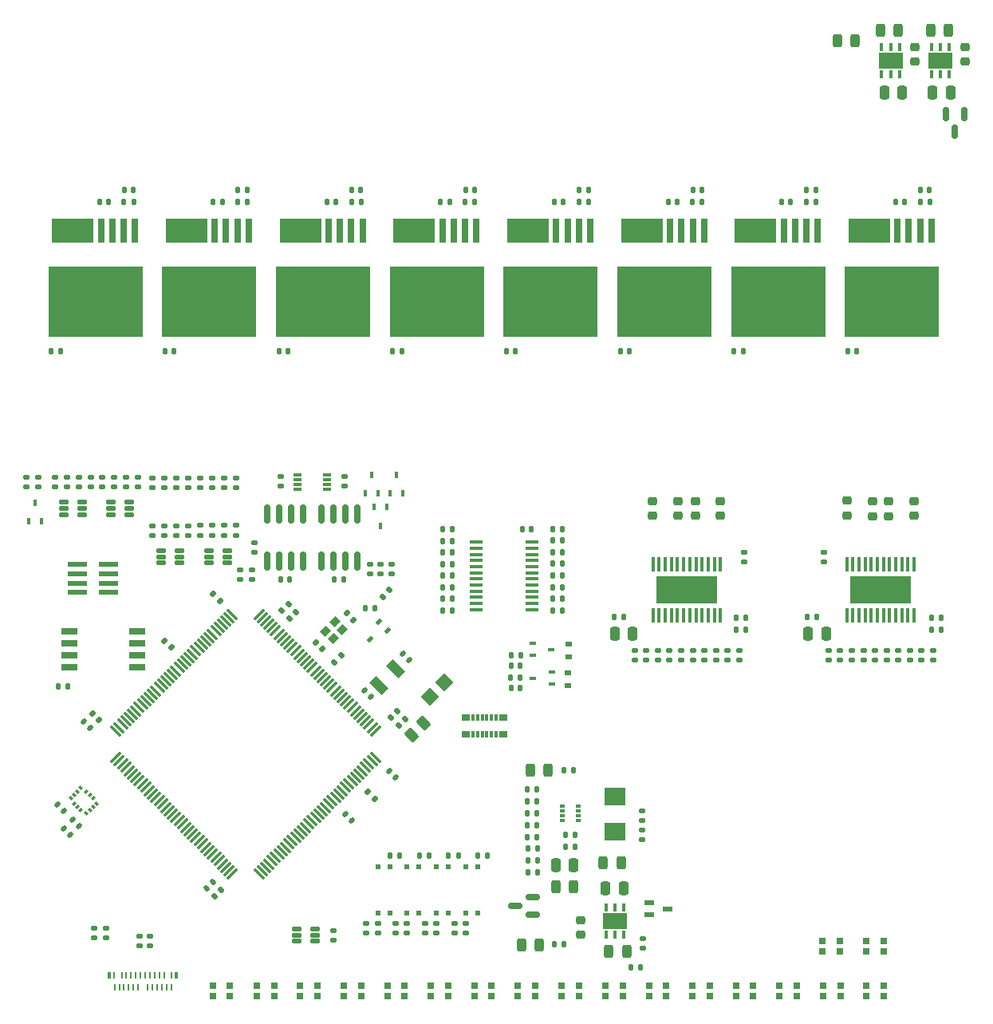
<source format=gbr>
%TF.GenerationSoftware,KiCad,Pcbnew,(6.0.8)*%
%TF.CreationDate,2024-02-14T13:25:33+01:00*%
%TF.ProjectId,pdms,70646d73-2e6b-4696-9361-645f70636258,rev?*%
%TF.SameCoordinates,Original*%
%TF.FileFunction,Paste,Top*%
%TF.FilePolarity,Positive*%
%FSLAX46Y46*%
G04 Gerber Fmt 4.6, Leading zero omitted, Abs format (unit mm)*
G04 Created by KiCad (PCBNEW (6.0.8)) date 2024-02-14 13:25:33*
%MOMM*%
%LPD*%
G01*
G04 APERTURE LIST*
G04 Aperture macros list*
%AMRoundRect*
0 Rectangle with rounded corners*
0 $1 Rounding radius*
0 $2 $3 $4 $5 $6 $7 $8 $9 X,Y pos of 4 corners*
0 Add a 4 corners polygon primitive as box body*
4,1,4,$2,$3,$4,$5,$6,$7,$8,$9,$2,$3,0*
0 Add four circle primitives for the rounded corners*
1,1,$1+$1,$2,$3*
1,1,$1+$1,$4,$5*
1,1,$1+$1,$6,$7*
1,1,$1+$1,$8,$9*
0 Add four rect primitives between the rounded corners*
20,1,$1+$1,$2,$3,$4,$5,0*
20,1,$1+$1,$4,$5,$6,$7,0*
20,1,$1+$1,$6,$7,$8,$9,0*
20,1,$1+$1,$8,$9,$2,$3,0*%
%AMRotRect*
0 Rectangle, with rotation*
0 The origin of the aperture is its center*
0 $1 length*
0 $2 width*
0 $3 Rotation angle, in degrees counterclockwise*
0 Add horizontal line*
21,1,$1,$2,0,0,$3*%
G04 Aperture macros list end*
%ADD10RoundRect,0.135000X0.185000X-0.135000X0.185000X0.135000X-0.185000X0.135000X-0.185000X-0.135000X0*%
%ADD11RoundRect,0.250000X0.250000X0.475000X-0.250000X0.475000X-0.250000X-0.475000X0.250000X-0.475000X0*%
%ADD12RoundRect,0.135000X0.135000X0.185000X-0.135000X0.185000X-0.135000X-0.185000X0.135000X-0.185000X0*%
%ADD13RoundRect,0.140000X-0.140000X-0.170000X0.140000X-0.170000X0.140000X0.170000X-0.140000X0.170000X0*%
%ADD14RoundRect,0.140000X0.140000X0.170000X-0.140000X0.170000X-0.140000X-0.170000X0.140000X-0.170000X0*%
%ADD15RoundRect,0.140000X-0.219203X-0.021213X-0.021213X-0.219203X0.219203X0.021213X0.021213X0.219203X0*%
%ADD16RoundRect,0.135000X-0.135000X-0.185000X0.135000X-0.185000X0.135000X0.185000X-0.135000X0.185000X0*%
%ADD17R,0.800000X2.600000*%
%ADD18R,4.400000X2.600000*%
%ADD19R,10.000000X7.410000*%
%ADD20RoundRect,0.135000X-0.185000X0.135000X-0.185000X-0.135000X0.185000X-0.135000X0.185000X0.135000X0*%
%ADD21R,0.700000X0.700000*%
%ADD22RoundRect,0.225000X0.250000X-0.225000X0.250000X0.225000X-0.250000X0.225000X-0.250000X-0.225000X0*%
%ADD23R,0.450000X1.525000*%
%ADD24R,6.500000X2.870000*%
%ADD25RoundRect,0.150000X0.587500X0.150000X-0.587500X0.150000X-0.587500X-0.150000X0.587500X-0.150000X0*%
%ADD26RoundRect,0.135000X0.226274X0.035355X0.035355X0.226274X-0.226274X-0.035355X-0.035355X-0.226274X0*%
%ADD27RoundRect,0.250000X-0.250000X-0.475000X0.250000X-0.475000X0.250000X0.475000X-0.250000X0.475000X0*%
%ADD28RoundRect,0.019500X0.465500X0.175500X-0.465500X0.175500X-0.465500X-0.175500X0.465500X-0.175500X0*%
%ADD29RoundRect,0.019500X-0.465500X-0.175500X0.465500X-0.175500X0.465500X0.175500X-0.465500X0.175500X0*%
%ADD30R,1.750000X0.650000*%
%ADD31R,0.600000X0.470000*%
%ADD32RoundRect,0.140000X0.219203X0.021213X0.021213X0.219203X-0.219203X-0.021213X-0.021213X-0.219203X0*%
%ADD33R,2.000000X0.500000*%
%ADD34RoundRect,0.147500X0.017678X-0.226274X0.226274X-0.017678X-0.017678X0.226274X-0.226274X0.017678X0*%
%ADD35RoundRect,0.135000X-0.226274X-0.035355X-0.035355X-0.226274X0.226274X0.035355X0.035355X0.226274X0*%
%ADD36R,0.863600X0.787400*%
%ADD37R,0.355600X0.787400*%
%ADD38RoundRect,0.250000X-0.132583X0.503814X-0.503814X0.132583X0.132583X-0.503814X0.503814X-0.132583X0*%
%ADD39RoundRect,0.243750X-0.243750X-0.456250X0.243750X-0.456250X0.243750X0.456250X-0.243750X0.456250X0*%
%ADD40R,0.250000X0.750000*%
%ADD41R,0.300000X0.750000*%
%ADD42R,0.450000X0.700000*%
%ADD43RoundRect,0.135000X-0.035355X0.226274X-0.226274X0.035355X0.035355X-0.226274X0.226274X-0.035355X0*%
%ADD44R,0.300000X0.850000*%
%ADD45R,2.500000X1.700000*%
%ADD46R,0.700000X0.450000*%
%ADD47RotRect,0.300000X1.475000X315.000000*%
%ADD48RotRect,0.300000X1.475000X225.000000*%
%ADD49RoundRect,0.243750X0.243750X0.456250X-0.243750X0.456250X-0.243750X-0.456250X0.243750X-0.456250X0*%
%ADD50R,0.475000X0.300000*%
%ADD51R,0.700000X0.600000*%
%ADD52RoundRect,0.135000X0.035355X-0.226274X0.226274X-0.035355X-0.035355X0.226274X-0.226274X0.035355X0*%
%ADD53RotRect,0.250000X0.475000X45.000000*%
%ADD54RotRect,0.250000X0.475000X315.000000*%
%ADD55R,1.475000X0.450000*%
%ADD56RoundRect,0.225000X-0.250000X0.225000X-0.250000X-0.225000X0.250000X-0.225000X0.250000X0.225000X0*%
%ADD57RotRect,1.000000X1.800000X225.000000*%
%ADD58RotRect,0.450000X0.700000X135.000000*%
%ADD59RoundRect,0.150000X-0.150000X0.587500X-0.150000X-0.587500X0.150000X-0.587500X0.150000X0.587500X0*%
%ADD60RotRect,0.900000X0.800000X45.000000*%
%ADD61RoundRect,0.150000X0.150000X-0.825000X0.150000X0.825000X-0.150000X0.825000X-0.150000X-0.825000X0*%
%ADD62RotRect,1.400000X1.400000X45.000000*%
%ADD63R,2.286000X1.854500*%
%ADD64R,1.000000X0.550000*%
%ADD65RoundRect,0.140000X-0.021213X0.219203X-0.219203X0.021213X0.021213X-0.219203X0.219203X-0.021213X0*%
%ADD66R,0.850000X0.300000*%
G04 APERTURE END LIST*
D10*
%TO.C,R68*%
X21166000Y-105984000D03*
X21166000Y-104964000D03*
%TD*%
D11*
%TO.C,C3*%
X111084400Y-64160400D03*
X109184400Y-64160400D03*
%TD*%
D12*
%TO.C,C91*%
X83314000Y-156972000D03*
X82294000Y-156972000D03*
%TD*%
D13*
%TO.C,C130*%
X113012400Y-74498400D03*
X113972400Y-74498400D03*
%TD*%
D10*
%TO.C,R102*%
X111915200Y-124345862D03*
X111915200Y-123325862D03*
%TD*%
D14*
%TO.C,C116*%
X75122400Y-75728400D03*
X74162400Y-75728400D03*
%TD*%
D15*
%TO.C,C78*%
X56673256Y-136101293D03*
X57352078Y-136780115D03*
%TD*%
D10*
%TO.C,R83*%
X36586000Y-111110000D03*
X36586000Y-110090000D03*
%TD*%
D16*
%TO.C,R17*%
X62323333Y-116637167D03*
X63343333Y-116637167D03*
%TD*%
D17*
%TO.C,Q6*%
X65896600Y-78841600D03*
X64696600Y-78841600D03*
X63496600Y-78841600D03*
X62296600Y-78841600D03*
D18*
X59296600Y-78841600D03*
D19*
X61696600Y-86376600D03*
%TD*%
D12*
%TO.C,R115*%
X115190000Y-121100000D03*
X114170000Y-121100000D03*
%TD*%
D20*
%TO.C,R98*%
X105735200Y-123325862D03*
X105735200Y-124345862D03*
%TD*%
D12*
%TO.C,R206*%
X89862400Y-75728400D03*
X88842400Y-75728400D03*
%TD*%
D21*
%TO.C,D18*%
X58267600Y-160020000D03*
X58267600Y-158920000D03*
X56437600Y-158920000D03*
X56437600Y-160020000D03*
%TD*%
D10*
%TO.C,R77*%
X28711000Y-105984000D03*
X28711000Y-104964000D03*
%TD*%
%TO.C,R72*%
X83566000Y-154942000D03*
X83566000Y-153922000D03*
%TD*%
%TO.C,R25*%
X91330000Y-124346662D03*
X91330000Y-123326662D03*
%TD*%
D14*
%TO.C,C105*%
X50974600Y-75737200D03*
X50014600Y-75737200D03*
%TD*%
D22*
%TO.C,C73*%
X112348000Y-109029800D03*
X112348000Y-107479800D03*
%TD*%
D17*
%TO.C,Q4*%
X41715800Y-78840800D03*
X40515800Y-78840800D03*
X39315800Y-78840800D03*
X38115800Y-78840800D03*
D18*
X35115800Y-78840800D03*
D19*
X37515800Y-86375800D03*
%TD*%
D10*
%TO.C,R173*%
X31242000Y-154686000D03*
X31242000Y-153666000D03*
%TD*%
D13*
%TO.C,C113*%
X28510000Y-74500000D03*
X29470000Y-74500000D03*
%TD*%
D21*
%TO.C,D10*%
X39725600Y-160028800D03*
X39725600Y-158928800D03*
X37895600Y-158928800D03*
X37895600Y-160028800D03*
%TD*%
D10*
%TO.C,R59*%
X45110400Y-105920000D03*
X45110400Y-104900000D03*
%TD*%
D22*
%TO.C,C70*%
X105223000Y-109004800D03*
X105223000Y-107454800D03*
%TD*%
D10*
%TO.C,R101*%
X110675200Y-124345862D03*
X110675200Y-123325862D03*
%TD*%
D23*
%TO.C,IC7*%
X84638000Y-119606000D03*
X85288000Y-119606000D03*
X85938000Y-119606000D03*
X86588000Y-119606000D03*
X87238000Y-119606000D03*
X87888000Y-119606000D03*
X88538000Y-119606000D03*
X89188000Y-119606000D03*
X89838000Y-119606000D03*
X90488000Y-119606000D03*
X91138000Y-119606000D03*
X91788000Y-119606000D03*
X91788000Y-114182000D03*
X91138000Y-114182000D03*
X90488000Y-114182000D03*
X89838000Y-114182000D03*
X89188000Y-114182000D03*
X88538000Y-114182000D03*
X87888000Y-114182000D03*
X87238000Y-114182000D03*
X86588000Y-114182000D03*
X85938000Y-114182000D03*
X85288000Y-114182000D03*
X84638000Y-114182000D03*
D24*
X88213000Y-116894000D03*
%TD*%
D21*
%TO.C,D21*%
X86029800Y-160020000D03*
X86029800Y-158920000D03*
X84199800Y-158920000D03*
X84199800Y-160020000D03*
%TD*%
D12*
%TO.C,R201*%
X77792400Y-75738400D03*
X76772400Y-75738400D03*
%TD*%
D16*
%TO.C,R37*%
X62326666Y-119087167D03*
X63346666Y-119087167D03*
%TD*%
D14*
%TO.C,C2*%
X71713333Y-110447167D03*
X70753333Y-110447167D03*
%TD*%
D12*
%TO.C,R211*%
X101932400Y-75738400D03*
X100912400Y-75738400D03*
%TD*%
D20*
%TO.C,R80*%
X32766000Y-110094000D03*
X32766000Y-111114000D03*
%TD*%
D16*
%TO.C,R62*%
X71313700Y-143118600D03*
X72333700Y-143118600D03*
%TD*%
D10*
%TO.C,R75*%
X26171000Y-105984000D03*
X26171000Y-104964000D03*
%TD*%
D25*
%TO.C,Q1*%
X71882000Y-151384000D03*
X71882000Y-149484000D03*
X70007000Y-150434000D03*
%TD*%
D16*
%TO.C,R14*%
X62323333Y-112917167D03*
X63343333Y-112917167D03*
%TD*%
D12*
%TO.C,R109*%
X75184000Y-154524700D03*
X74164000Y-154524700D03*
%TD*%
D26*
%TO.C,C42*%
X49529108Y-123182699D03*
X48807860Y-122461451D03*
%TD*%
D20*
%TO.C,R179*%
X25325287Y-152802400D03*
X25325287Y-153822400D03*
%TD*%
D10*
%TO.C,R165*%
X39116000Y-106047000D03*
X39116000Y-105027000D03*
%TD*%
D22*
%TO.C,C55*%
X76987800Y-153507600D03*
X76987800Y-151957600D03*
%TD*%
D27*
%TO.C,C54*%
X79587700Y-148563400D03*
X81487700Y-148563400D03*
%TD*%
D26*
%TO.C,C48*%
X33520624Y-123030624D03*
X32799376Y-122309376D03*
%TD*%
D15*
%TO.C,C81*%
X52004547Y-140724039D03*
X52683369Y-141402861D03*
%TD*%
D28*
%TO.C,D24*%
X29056000Y-108918000D03*
X29056000Y-108268000D03*
X29056000Y-107618000D03*
D29*
X27096000Y-107618000D03*
X27096000Y-108268000D03*
X27096000Y-108918000D03*
%TD*%
D30*
%TO.C,IC20*%
X29910000Y-125160000D03*
X29910000Y-123890000D03*
X29910000Y-122620000D03*
X29910000Y-121350000D03*
X22660000Y-121350000D03*
X22660000Y-122620000D03*
X22660000Y-123890000D03*
X22660000Y-125160000D03*
%TD*%
D20*
%TO.C,R86*%
X40396000Y-110092000D03*
X40396000Y-111112000D03*
%TD*%
%TO.C,R162*%
X35306000Y-105027000D03*
X35306000Y-106047000D03*
%TD*%
D31*
%TO.C,U4*%
X58530000Y-151200000D03*
X59800000Y-151200000D03*
X59800000Y-146280000D03*
X58530000Y-146280000D03*
%TD*%
D21*
%TO.C,D15*%
X99898800Y-160024600D03*
X99898800Y-158924600D03*
X98068800Y-158924600D03*
X98068800Y-160024600D03*
%TD*%
D20*
%TO.C,R100*%
X108205200Y-123325862D03*
X108205200Y-124345862D03*
%TD*%
D27*
%TO.C,C56*%
X74328100Y-146090400D03*
X76228100Y-146090400D03*
%TD*%
D12*
%TO.C,R53*%
X75003333Y-112907167D03*
X73983333Y-112907167D03*
%TD*%
D13*
%TO.C,C115*%
X76802400Y-74488400D03*
X77762400Y-74488400D03*
%TD*%
D20*
%TO.C,R5*%
X55436400Y-152337300D03*
X55436400Y-153357300D03*
%TD*%
D14*
%TO.C,C65*%
X46073000Y-115824000D03*
X45113000Y-115824000D03*
%TD*%
D32*
%TO.C,C82*%
X24883608Y-131584542D03*
X24204786Y-130905720D03*
%TD*%
D33*
%TO.C,J4*%
X23540000Y-114200000D03*
X26840000Y-114200000D03*
X23540000Y-115200000D03*
X26840000Y-115200000D03*
X23540000Y-116200000D03*
X26840000Y-116200000D03*
X23540000Y-117200000D03*
X26840000Y-117200000D03*
%TD*%
D20*
%TO.C,R7*%
X61634000Y-152337300D03*
X61634000Y-153357300D03*
%TD*%
D12*
%TO.C,R216*%
X114002400Y-75748400D03*
X112982400Y-75748400D03*
%TD*%
D16*
%TO.C,R28*%
X80492000Y-119802000D03*
X81512000Y-119802000D03*
%TD*%
D22*
%TO.C,C72*%
X109623000Y-109097800D03*
X109623000Y-107547800D03*
%TD*%
D34*
%TO.C,D33*%
X57647053Y-131282947D03*
X58332947Y-130597053D03*
%TD*%
D35*
%TO.C,C46*%
X52141176Y-119374976D03*
X52862424Y-120096224D03*
%TD*%
D14*
%TO.C,C131*%
X111332400Y-75738400D03*
X110372400Y-75738400D03*
%TD*%
D20*
%TO.C,R164*%
X37846000Y-105027000D03*
X37846000Y-106047000D03*
%TD*%
D16*
%TO.C,R41*%
X62940000Y-145125000D03*
X63960000Y-145125000D03*
%TD*%
D20*
%TO.C,C63*%
X83462700Y-140378400D03*
X83462700Y-141398400D03*
%TD*%
D36*
%TO.C,R43*%
X64768800Y-132264400D03*
D37*
X65516322Y-132264400D03*
X66009844Y-132264400D03*
X66503366Y-132264400D03*
X66996888Y-132264400D03*
X67490410Y-132264400D03*
X67983932Y-132264400D03*
D36*
X68731200Y-132264400D03*
X68731200Y-130435600D03*
D37*
X67983932Y-130435600D03*
X67490410Y-130435600D03*
X66996888Y-130435600D03*
X66503366Y-130435600D03*
X66009844Y-130435600D03*
X65516322Y-130435600D03*
D36*
X64768800Y-130435600D03*
%TD*%
D10*
%TO.C,R119*%
X63539000Y-153357300D03*
X63539000Y-152337300D03*
%TD*%
D38*
%TO.C,R54*%
X60295235Y-131054765D03*
X59004765Y-132345235D03*
%TD*%
D14*
%TO.C,C100*%
X38899600Y-75737200D03*
X37939600Y-75737200D03*
%TD*%
D16*
%TO.C,C60*%
X71313700Y-138038600D03*
X72333700Y-138038600D03*
%TD*%
D39*
%TO.C,F3*%
X104222500Y-58680000D03*
X106097500Y-58680000D03*
%TD*%
D12*
%TO.C,R67*%
X29500000Y-75750000D03*
X28480000Y-75750000D03*
%TD*%
D40*
%TO.C,J6*%
X27430000Y-157838800D03*
X28230000Y-157838800D03*
X28730000Y-157838800D03*
X29230000Y-157838800D03*
X29730000Y-157838800D03*
X30230000Y-157838800D03*
X30730000Y-157838800D03*
X31230000Y-157838800D03*
X31730000Y-157838800D03*
X32230000Y-157838800D03*
X32730000Y-157838800D03*
X33530000Y-157838800D03*
X33480000Y-159088800D03*
X32980000Y-159088800D03*
X32480000Y-159088800D03*
X31980000Y-159088800D03*
X31480000Y-159088800D03*
X30980000Y-159088800D03*
X29980000Y-159088800D03*
X29480000Y-159088800D03*
X28980000Y-159088800D03*
X28480000Y-159088800D03*
X27980000Y-159088800D03*
X27480000Y-159088800D03*
D41*
X26930000Y-157838800D03*
X34030000Y-157838800D03*
%TD*%
D17*
%TO.C,Q8*%
X90052000Y-78841600D03*
X88852000Y-78841600D03*
X87652000Y-78841600D03*
X86452000Y-78841600D03*
D18*
X83452000Y-78841600D03*
D19*
X85852000Y-86376600D03*
%TD*%
D13*
%TO.C,C127*%
X93228200Y-91617800D03*
X94188200Y-91617800D03*
%TD*%
D42*
%TO.C,D6*%
X56350000Y-108100000D03*
X55050000Y-108100000D03*
X55700000Y-110100000D03*
%TD*%
D43*
%TO.C,C49*%
X38799329Y-148709113D03*
X38078081Y-149430361D03*
%TD*%
D21*
%TO.C,D16*%
X53644800Y-160020000D03*
X53644800Y-158920000D03*
X51814800Y-158920000D03*
X51814800Y-160020000D03*
%TD*%
D39*
%TO.C,D34*%
X71620500Y-136057400D03*
X73495500Y-136057400D03*
%TD*%
D12*
%TO.C,R45*%
X75000000Y-110457167D03*
X73980000Y-110457167D03*
%TD*%
D20*
%TO.C,R71*%
X24976000Y-104964000D03*
X24976000Y-105984000D03*
%TD*%
D10*
%TO.C,R204*%
X56845200Y-115241800D03*
X56845200Y-114221800D03*
%TD*%
D14*
%TO.C,C110*%
X63049600Y-75737200D03*
X62089600Y-75737200D03*
%TD*%
D10*
%TO.C,R103*%
X113145200Y-124345862D03*
X113145200Y-123325862D03*
%TD*%
D21*
%TO.C,D36*%
X102599000Y-154191200D03*
X102599000Y-155291200D03*
X104429000Y-155291200D03*
X104429000Y-154191200D03*
%TD*%
D27*
%TO.C,C19*%
X80560000Y-121580000D03*
X82460000Y-121580000D03*
%TD*%
D12*
%TO.C,R60*%
X72333700Y-140578600D03*
X71313700Y-140578600D03*
%TD*%
D16*
%TO.C,R214*%
X54072600Y-118821200D03*
X55092600Y-118821200D03*
%TD*%
D12*
%TO.C,R96*%
X70560000Y-126210000D03*
X69540000Y-126210000D03*
%TD*%
D44*
%TO.C,IC14*%
X114205617Y-62210400D03*
X115155617Y-62210400D03*
X116105617Y-62210400D03*
X116105617Y-59310400D03*
X115155617Y-59310400D03*
X114205617Y-59310400D03*
D45*
X115155617Y-60760400D03*
%TD*%
D21*
%TO.C,D30*%
X72135400Y-160020000D03*
X72135400Y-158920000D03*
X70305400Y-158920000D03*
X70305400Y-160020000D03*
%TD*%
D46*
%TO.C,D39*%
X71860000Y-122570000D03*
X71860000Y-123870000D03*
X73860000Y-123220000D03*
%TD*%
D14*
%TO.C,C64*%
X51788000Y-115824000D03*
X50828000Y-115824000D03*
%TD*%
D10*
%TO.C,R175*%
X30099000Y-154686000D03*
X30099000Y-153666000D03*
%TD*%
D20*
%TO.C,R166*%
X40386000Y-105027000D03*
X40386000Y-106047000D03*
%TD*%
D16*
%TO.C,R105*%
X114210000Y-119890000D03*
X115230000Y-119890000D03*
%TD*%
D47*
%TO.C,IC19*%
X55174508Y-131868942D03*
X54820955Y-131515388D03*
X54467401Y-131161835D03*
X54113848Y-130808282D03*
X53760294Y-130454728D03*
X53406741Y-130101175D03*
X53053188Y-129747621D03*
X52699634Y-129394068D03*
X52346081Y-129040515D03*
X51992527Y-128686961D03*
X51638974Y-128333408D03*
X51285421Y-127979854D03*
X50931867Y-127626301D03*
X50578314Y-127272748D03*
X50224760Y-126919194D03*
X49871207Y-126565641D03*
X49517654Y-126212087D03*
X49164100Y-125858534D03*
X48810547Y-125504981D03*
X48456994Y-125151427D03*
X48103440Y-124797874D03*
X47749887Y-124444321D03*
X47396333Y-124090767D03*
X47042780Y-123737214D03*
X46689227Y-123383660D03*
X46335673Y-123030107D03*
X45982120Y-122676554D03*
X45628566Y-122323000D03*
X45275013Y-121969447D03*
X44921460Y-121615893D03*
X44567906Y-121262340D03*
X44214353Y-120908787D03*
X43860799Y-120555233D03*
X43507246Y-120201680D03*
X43153693Y-119848126D03*
X42800139Y-119494573D03*
D48*
X39988683Y-119494573D03*
X39635129Y-119848126D03*
X39281576Y-120201680D03*
X38928023Y-120555233D03*
X38574469Y-120908787D03*
X38220916Y-121262340D03*
X37867362Y-121615893D03*
X37513809Y-121969447D03*
X37160256Y-122323000D03*
X36806702Y-122676554D03*
X36453149Y-123030107D03*
X36099595Y-123383660D03*
X35746042Y-123737214D03*
X35392489Y-124090767D03*
X35038935Y-124444321D03*
X34685382Y-124797874D03*
X34331828Y-125151427D03*
X33978275Y-125504981D03*
X33624722Y-125858534D03*
X33271168Y-126212087D03*
X32917615Y-126565641D03*
X32564062Y-126919194D03*
X32210508Y-127272748D03*
X31856955Y-127626301D03*
X31503401Y-127979854D03*
X31149848Y-128333408D03*
X30796295Y-128686961D03*
X30442741Y-129040515D03*
X30089188Y-129394068D03*
X29735634Y-129747621D03*
X29382081Y-130101175D03*
X29028528Y-130454728D03*
X28674974Y-130808282D03*
X28321421Y-131161835D03*
X27967867Y-131515388D03*
X27614314Y-131868942D03*
D47*
X27614314Y-134680398D03*
X27967867Y-135033952D03*
X28321421Y-135387505D03*
X28674974Y-135741058D03*
X29028528Y-136094612D03*
X29382081Y-136448165D03*
X29735634Y-136801719D03*
X30089188Y-137155272D03*
X30442741Y-137508825D03*
X30796295Y-137862379D03*
X31149848Y-138215932D03*
X31503401Y-138569486D03*
X31856955Y-138923039D03*
X32210508Y-139276592D03*
X32564062Y-139630146D03*
X32917615Y-139983699D03*
X33271168Y-140337253D03*
X33624722Y-140690806D03*
X33978275Y-141044359D03*
X34331828Y-141397913D03*
X34685382Y-141751466D03*
X35038935Y-142105019D03*
X35392489Y-142458573D03*
X35746042Y-142812126D03*
X36099595Y-143165680D03*
X36453149Y-143519233D03*
X36806702Y-143872786D03*
X37160256Y-144226340D03*
X37513809Y-144579893D03*
X37867362Y-144933447D03*
X38220916Y-145287000D03*
X38574469Y-145640553D03*
X38928023Y-145994107D03*
X39281576Y-146347660D03*
X39635129Y-146701214D03*
X39988683Y-147054767D03*
D48*
X42800139Y-147054767D03*
X43153693Y-146701214D03*
X43507246Y-146347660D03*
X43860799Y-145994107D03*
X44214353Y-145640553D03*
X44567906Y-145287000D03*
X44921460Y-144933447D03*
X45275013Y-144579893D03*
X45628566Y-144226340D03*
X45982120Y-143872786D03*
X46335673Y-143519233D03*
X46689227Y-143165680D03*
X47042780Y-142812126D03*
X47396333Y-142458573D03*
X47749887Y-142105019D03*
X48103440Y-141751466D03*
X48456994Y-141397913D03*
X48810547Y-141044359D03*
X49164100Y-140690806D03*
X49517654Y-140337253D03*
X49871207Y-139983699D03*
X50224760Y-139630146D03*
X50578314Y-139276592D03*
X50931867Y-138923039D03*
X51285421Y-138569486D03*
X51638974Y-138215932D03*
X51992527Y-137862379D03*
X52346081Y-137508825D03*
X52699634Y-137155272D03*
X53053188Y-136801719D03*
X53406741Y-136448165D03*
X53760294Y-136094612D03*
X54113848Y-135741058D03*
X54467401Y-135387505D03*
X54820955Y-135033952D03*
X55174508Y-134680398D03*
%TD*%
D16*
%TO.C,R42*%
X65990000Y-145125000D03*
X67010000Y-145125000D03*
%TD*%
D12*
%TO.C,R88*%
X75003333Y-116627167D03*
X73983333Y-116627167D03*
%TD*%
D10*
%TO.C,R161*%
X34036000Y-106047000D03*
X34036000Y-105027000D03*
%TD*%
D13*
%TO.C,C99*%
X40579600Y-74497200D03*
X41539600Y-74497200D03*
%TD*%
D22*
%TO.C,C16*%
X89150000Y-109075000D03*
X89150000Y-107525000D03*
%TD*%
D28*
%TO.C,D26*%
X39471000Y-114046000D03*
X39471000Y-113396000D03*
X39471000Y-112746000D03*
D29*
X37511000Y-112746000D03*
X37511000Y-113396000D03*
X37511000Y-114046000D03*
%TD*%
D21*
%TO.C,D29*%
X81407000Y-160020000D03*
X81407000Y-158920000D03*
X79577000Y-158920000D03*
X79577000Y-160020000D03*
%TD*%
D15*
%TO.C,C75*%
X22090589Y-142227589D03*
X22769411Y-142906411D03*
%TD*%
D16*
%TO.C,R34*%
X62323333Y-110467167D03*
X63343333Y-110467167D03*
%TD*%
D49*
%TO.C,F20*%
X81237700Y-145888400D03*
X79362700Y-145888400D03*
%TD*%
D16*
%TO.C,R13*%
X62323333Y-115397167D03*
X63343333Y-115397167D03*
%TD*%
D20*
%TO.C,R97*%
X104495200Y-123325862D03*
X104495200Y-124345862D03*
%TD*%
D50*
%TO.C,IC11*%
X76666200Y-141358600D03*
X76666200Y-140858600D03*
X76666200Y-140358600D03*
X76666200Y-139858600D03*
X74990200Y-139858600D03*
X74990200Y-140358600D03*
X74990200Y-140858600D03*
X74990200Y-141358600D03*
%TD*%
D12*
%TO.C,R48*%
X75003333Y-119077167D03*
X73983333Y-119077167D03*
%TD*%
D46*
%TO.C,D40*%
X73900000Y-126940000D03*
X73900000Y-125640000D03*
X71900000Y-126290000D03*
%TD*%
D20*
%TO.C,R69*%
X22436000Y-104964000D03*
X22436000Y-105984000D03*
%TD*%
D51*
%TO.C,D50*%
X75630000Y-125690000D03*
X75630000Y-127090000D03*
%TD*%
D52*
%TO.C,R209*%
X55925776Y-117632424D03*
X56647024Y-116911176D03*
%TD*%
D16*
%TO.C,R33*%
X62326666Y-117877167D03*
X63346666Y-117877167D03*
%TD*%
D52*
%TO.C,R66*%
X56789376Y-130470624D03*
X57510624Y-129749376D03*
%TD*%
D20*
%TO.C,R29*%
X82670000Y-123326662D03*
X82670000Y-124346662D03*
%TD*%
D21*
%TO.C,D19*%
X90653200Y-160011200D03*
X90653200Y-158911200D03*
X88823200Y-158911200D03*
X88823200Y-160011200D03*
%TD*%
D53*
%TO.C,IC15*%
X23908318Y-137947658D03*
X23554765Y-138301212D03*
X23201212Y-138654765D03*
X22847658Y-139008318D03*
D54*
X23201212Y-139591682D03*
X23554765Y-139945235D03*
X23908318Y-140298788D03*
D53*
X24491682Y-140652342D03*
X24845235Y-140298788D03*
X25198788Y-139945235D03*
X25552342Y-139591682D03*
D54*
X25198788Y-139008318D03*
X24845235Y-138654765D03*
X24491682Y-138301212D03*
%TD*%
D42*
%TO.C,D3*%
X54125000Y-106700000D03*
X55425000Y-106700000D03*
X54775000Y-104700000D03*
%TD*%
D10*
%TO.C,R183*%
X42100000Y-115800000D03*
X42100000Y-114780000D03*
%TD*%
D55*
%TO.C,IC2*%
X65887000Y-111842167D03*
X65887000Y-112492167D03*
X65887000Y-113142167D03*
X65887000Y-113792167D03*
X65887000Y-114442167D03*
X65887000Y-115092167D03*
X65887000Y-115742167D03*
X65887000Y-116392167D03*
X65887000Y-117042167D03*
X65887000Y-117692167D03*
X65887000Y-118342167D03*
X65887000Y-118992167D03*
X71763000Y-118992167D03*
X71763000Y-118342167D03*
X71763000Y-117692167D03*
X71763000Y-117042167D03*
X71763000Y-116392167D03*
X71763000Y-115742167D03*
X71763000Y-115092167D03*
X71763000Y-114442167D03*
X71763000Y-113792167D03*
X71763000Y-113142167D03*
X71763000Y-112492167D03*
X71763000Y-111842167D03*
%TD*%
D22*
%TO.C,C17*%
X91800000Y-109075000D03*
X91800000Y-107525000D03*
%TD*%
D20*
%TO.C,C69*%
X102750000Y-112940000D03*
X102750000Y-113960000D03*
%TD*%
D10*
%TO.C,R79*%
X31496000Y-111114000D03*
X31496000Y-110094000D03*
%TD*%
D13*
%TO.C,C125*%
X100942400Y-74488400D03*
X101902400Y-74488400D03*
%TD*%
D56*
%TO.C,C4*%
X112466811Y-59338000D03*
X112466811Y-60888000D03*
%TD*%
D20*
%TO.C,R76*%
X27441000Y-104964000D03*
X27441000Y-105984000D03*
%TD*%
D52*
%TO.C,C43*%
X46039376Y-119960624D03*
X46760624Y-119239376D03*
%TD*%
D20*
%TO.C,R8*%
X64732800Y-152337300D03*
X64732800Y-153357300D03*
%TD*%
D16*
%TO.C,R40*%
X59865000Y-145125000D03*
X60885000Y-145125000D03*
%TD*%
D14*
%TO.C,C106*%
X45877400Y-91618601D03*
X44917400Y-91618601D03*
%TD*%
D20*
%TO.C,R44*%
X88860000Y-123326662D03*
X88860000Y-124346662D03*
%TD*%
D16*
%TO.C,C61*%
X71373200Y-146903200D03*
X72393200Y-146903200D03*
%TD*%
%TO.C,R18*%
X62323333Y-111717167D03*
X63343333Y-111717167D03*
%TD*%
D20*
%TO.C,R21*%
X85150000Y-123326662D03*
X85150000Y-124346662D03*
%TD*%
%TO.C,R99*%
X106975200Y-123325862D03*
X106975200Y-124345862D03*
%TD*%
D14*
%TO.C,C95*%
X21722000Y-91617800D03*
X20762000Y-91617800D03*
%TD*%
D12*
%TO.C,R61*%
X72333700Y-139308600D03*
X71313700Y-139308600D03*
%TD*%
D21*
%TO.C,D17*%
X95276000Y-160011200D03*
X95276000Y-158911200D03*
X93446000Y-158911200D03*
X93446000Y-160011200D03*
%TD*%
D44*
%TO.C,IC10*%
X81534200Y-150618000D03*
X80584200Y-150618000D03*
X79634200Y-150618000D03*
X79634200Y-153518000D03*
X80584200Y-153518000D03*
X81534200Y-153518000D03*
D45*
X80584200Y-152068000D03*
%TD*%
D17*
%TO.C,Q5*%
X53806200Y-78841600D03*
X52606200Y-78841600D03*
X51406200Y-78841600D03*
X50206200Y-78841600D03*
D18*
X47206200Y-78841600D03*
D19*
X49606200Y-86376600D03*
%TD*%
D10*
%TO.C,R104*%
X114385200Y-124345862D03*
X114385200Y-123325862D03*
%TD*%
D26*
%TO.C,C41*%
X25826183Y-130721165D03*
X25104935Y-129999917D03*
%TD*%
D14*
%TO.C,C132*%
X106253200Y-91618600D03*
X105293200Y-91618600D03*
%TD*%
D12*
%TO.C,R49*%
X75000000Y-111667167D03*
X73980000Y-111667167D03*
%TD*%
D20*
%TO.C,R23*%
X87620000Y-123326662D03*
X87620000Y-124346662D03*
%TD*%
D12*
%TO.C,R64*%
X72350400Y-145643600D03*
X71330400Y-145643600D03*
%TD*%
D21*
%TO.C,D20*%
X62890400Y-160020000D03*
X62890400Y-158920000D03*
X61060400Y-158920000D03*
X61060400Y-160020000D03*
%TD*%
D42*
%TO.C,D37*%
X18386000Y-109664000D03*
X19686000Y-109664000D03*
X19036000Y-107664000D03*
%TD*%
D20*
%TO.C,R22*%
X86390000Y-123326662D03*
X86390000Y-124346662D03*
%TD*%
%TO.C,R20*%
X83910000Y-123326662D03*
X83910000Y-124346662D03*
%TD*%
D14*
%TO.C,C122*%
X82123200Y-91618600D03*
X81163200Y-91618600D03*
%TD*%
D21*
%TO.C,D32*%
X107284000Y-154191200D03*
X107284000Y-155291200D03*
X109114000Y-155291200D03*
X109114000Y-154191200D03*
%TD*%
D57*
%TO.C,Y2*%
X55540647Y-127082534D03*
X57308413Y-125314768D03*
%TD*%
D20*
%TO.C,R6*%
X58535200Y-152337300D03*
X58535200Y-153357300D03*
%TD*%
D15*
%TO.C,C76*%
X23045166Y-141321503D03*
X23723988Y-142000325D03*
%TD*%
D16*
%TO.C,C58*%
X75377700Y-144210800D03*
X76397700Y-144210800D03*
%TD*%
D10*
%TO.C,C62*%
X83462700Y-143373400D03*
X83462700Y-142353400D03*
%TD*%
%TO.C,R24*%
X90090000Y-124346662D03*
X90090000Y-123326662D03*
%TD*%
%TO.C,R199*%
X55727600Y-115241800D03*
X55727600Y-114221800D03*
%TD*%
%TO.C,R58*%
X51866800Y-105920000D03*
X51866800Y-104900000D03*
%TD*%
%TO.C,R118*%
X60414800Y-153357300D03*
X60414800Y-152337300D03*
%TD*%
D14*
%TO.C,C121*%
X87192400Y-75718400D03*
X86232400Y-75718400D03*
%TD*%
%TO.C,C111*%
X57967800Y-91618600D03*
X57007800Y-91618600D03*
%TD*%
D58*
%TO.C,D38*%
X56466726Y-121212513D03*
X55547487Y-120293274D03*
X54592893Y-122167107D03*
%TD*%
D15*
%TO.C,C85*%
X58031362Y-123720667D03*
X58710184Y-124399489D03*
%TD*%
D21*
%TO.C,D13*%
X104513200Y-160020000D03*
X104513200Y-158920000D03*
X102683200Y-158920000D03*
X102683200Y-160020000D03*
%TD*%
D10*
%TO.C,R159*%
X31496000Y-106047000D03*
X31496000Y-105027000D03*
%TD*%
D12*
%TO.C,R30*%
X70600000Y-123850000D03*
X69580000Y-123850000D03*
%TD*%
D16*
%TO.C,C59*%
X71300400Y-141848600D03*
X72320400Y-141848600D03*
%TD*%
D13*
%TO.C,C104*%
X52654600Y-74497200D03*
X53614600Y-74497200D03*
%TD*%
D15*
%TO.C,C74*%
X21385589Y-139660589D03*
X22064411Y-140339411D03*
%TD*%
D44*
%TO.C,IC3*%
X108908011Y-62210400D03*
X109858011Y-62210400D03*
X110808011Y-62210400D03*
X110808011Y-59310400D03*
X109858011Y-59310400D03*
X108908011Y-59310400D03*
D45*
X109858011Y-60760400D03*
%TD*%
D21*
%TO.C,D14*%
X49022000Y-160020000D03*
X49022000Y-158920000D03*
X47192000Y-158920000D03*
X47192000Y-160020000D03*
%TD*%
D13*
%TO.C,C67*%
X69550000Y-127290000D03*
X70510000Y-127290000D03*
%TD*%
D16*
%TO.C,R10*%
X62323333Y-114157167D03*
X63343333Y-114157167D03*
%TD*%
D10*
%TO.C,R26*%
X92560000Y-124346662D03*
X92560000Y-123326662D03*
%TD*%
D16*
%TO.C,R94*%
X101032000Y-119762000D03*
X102052000Y-119762000D03*
%TD*%
D10*
%TO.C,R193*%
X54559200Y-115218400D03*
X54559200Y-114198400D03*
%TD*%
D17*
%TO.C,Q10*%
X114182000Y-78841600D03*
X112982000Y-78841600D03*
X111782000Y-78841600D03*
X110582000Y-78841600D03*
D18*
X107582000Y-78841600D03*
D19*
X109982000Y-86376600D03*
%TD*%
D59*
%TO.C,Q11*%
X117650000Y-66462500D03*
X115750000Y-66462500D03*
X116700000Y-68337500D03*
%TD*%
D60*
%TO.C,Y1*%
X50678864Y-122089512D03*
X51668813Y-121099563D03*
X50890996Y-120321746D03*
X49901047Y-121311695D03*
%TD*%
D10*
%TO.C,R81*%
X34036000Y-111114000D03*
X34036000Y-110094000D03*
%TD*%
%TO.C,R117*%
X57316000Y-153357300D03*
X57316000Y-152337300D03*
%TD*%
D61*
%TO.C,U2*%
X49403000Y-113854000D03*
X50673000Y-113854000D03*
X51943000Y-113854000D03*
X53213000Y-113854000D03*
X53213000Y-108904000D03*
X51943000Y-108904000D03*
X50673000Y-108904000D03*
X49403000Y-108904000D03*
%TD*%
D12*
%TO.C,R185*%
X41569600Y-75747200D03*
X40549600Y-75747200D03*
%TD*%
D20*
%TO.C,R82*%
X35306000Y-110096000D03*
X35306000Y-111116000D03*
%TD*%
D10*
%TO.C,R163*%
X36576000Y-106047000D03*
X36576000Y-105027000D03*
%TD*%
D62*
%TO.C,C40*%
X62477817Y-126722183D03*
X60922183Y-128277817D03*
%TD*%
D17*
%TO.C,Q7*%
X77964400Y-78841600D03*
X76764400Y-78841600D03*
X75564400Y-78841600D03*
X74364400Y-78841600D03*
D18*
X71364400Y-78841600D03*
D19*
X73764400Y-86376600D03*
%TD*%
D51*
%TO.C,D49*%
X75650000Y-122650000D03*
X75650000Y-124050000D03*
%TD*%
D12*
%TO.C,R195*%
X65719600Y-75747200D03*
X64699600Y-75747200D03*
%TD*%
D28*
%TO.C,D25*%
X34381000Y-114046000D03*
X34381000Y-113396000D03*
X34381000Y-112746000D03*
D29*
X32421000Y-112746000D03*
X32421000Y-113396000D03*
X32421000Y-114046000D03*
%TD*%
D49*
%TO.C,F18*%
X81826700Y-155263400D03*
X79951700Y-155263400D03*
%TD*%
D17*
%TO.C,Q3*%
X29650800Y-78840800D03*
X28450800Y-78840800D03*
X27250800Y-78840800D03*
X26050800Y-78840800D03*
D18*
X23050800Y-78840800D03*
D19*
X25450800Y-86375800D03*
%TD*%
D49*
%TO.C,F1*%
X76215600Y-148376400D03*
X74340600Y-148376400D03*
%TD*%
D10*
%TO.C,R116*%
X54217200Y-153357300D03*
X54217200Y-152337300D03*
%TD*%
D21*
%TO.C,D12*%
X44399200Y-160020000D03*
X44399200Y-158920000D03*
X42569200Y-158920000D03*
X42569200Y-160020000D03*
%TD*%
D42*
%TO.C,D7*%
X56750000Y-106700000D03*
X58050000Y-106700000D03*
X57400000Y-104700000D03*
%TD*%
D63*
%TO.C,L2*%
X80586700Y-138800600D03*
X80586700Y-142585100D03*
%TD*%
D22*
%TO.C,C14*%
X84600000Y-109075000D03*
X84600000Y-107525000D03*
%TD*%
D12*
%TO.C,R190*%
X53644600Y-75747200D03*
X52624600Y-75747200D03*
%TD*%
D14*
%TO.C,C126*%
X99262400Y-75728400D03*
X98302400Y-75728400D03*
%TD*%
D31*
%TO.C,U6*%
X64730000Y-151200000D03*
X66000000Y-151200000D03*
X66000000Y-146280000D03*
X64730000Y-146280000D03*
%TD*%
D27*
%TO.C,C68*%
X101100000Y-121540000D03*
X103000000Y-121540000D03*
%TD*%
D20*
%TO.C,R93*%
X109445200Y-123325862D03*
X109445200Y-124345862D03*
%TD*%
D29*
%TO.C,IC12*%
X46823809Y-152882000D03*
X46823809Y-153532000D03*
X46823809Y-154182000D03*
D28*
X48783809Y-154182000D03*
X48783809Y-153532000D03*
X48783809Y-152882000D03*
%TD*%
D14*
%TO.C,C94*%
X26830000Y-75740000D03*
X25870000Y-75740000D03*
%TD*%
D12*
%TO.C,R52*%
X75003333Y-117827167D03*
X73983333Y-117827167D03*
%TD*%
D16*
%TO.C,R31*%
X93460000Y-119880000D03*
X94480000Y-119880000D03*
%TD*%
%TO.C,C57*%
X75318200Y-142864600D03*
X76338200Y-142864600D03*
%TD*%
D12*
%TO.C,R114*%
X94470000Y-121100000D03*
X93450000Y-121100000D03*
%TD*%
D52*
%TO.C,C53*%
X50799376Y-124610624D03*
X51520624Y-123889376D03*
%TD*%
D22*
%TO.C,C71*%
X107933400Y-109097800D03*
X107933400Y-107547800D03*
%TD*%
D31*
%TO.C,U1*%
X55430000Y-151200000D03*
X56700000Y-151200000D03*
X56700000Y-146280000D03*
X55430000Y-146280000D03*
%TD*%
D22*
%TO.C,C15*%
X87300000Y-109075000D03*
X87300000Y-107525000D03*
%TD*%
D16*
%TO.C,R63*%
X71330400Y-144373600D03*
X72350400Y-144373600D03*
%TD*%
D12*
%TO.C,R92*%
X75003333Y-115387167D03*
X73983333Y-115387167D03*
%TD*%
D39*
%TO.C,F19*%
X114109117Y-57573000D03*
X115984117Y-57573000D03*
%TD*%
D12*
%TO.C,R108*%
X76194500Y-136057400D03*
X75174500Y-136057400D03*
%TD*%
D16*
%TO.C,R39*%
X56715000Y-145125000D03*
X57735000Y-145125000D03*
%TD*%
D61*
%TO.C,U3*%
X43688000Y-113854000D03*
X44958000Y-113854000D03*
X46228000Y-113854000D03*
X47498000Y-113854000D03*
X47498000Y-108904000D03*
X46228000Y-108904000D03*
X44958000Y-108904000D03*
X43688000Y-108904000D03*
%TD*%
D21*
%TO.C,D31*%
X76758800Y-160020000D03*
X76758800Y-158920000D03*
X74928800Y-158920000D03*
X74928800Y-160020000D03*
%TD*%
D28*
%TO.C,D23*%
X24051000Y-108918000D03*
X24051000Y-108268000D03*
X24051000Y-107618000D03*
D29*
X22091000Y-107618000D03*
X22091000Y-108268000D03*
X22091000Y-108918000D03*
%TD*%
D10*
%TO.C,R188*%
X42340000Y-112910000D03*
X42340000Y-111890000D03*
%TD*%
D39*
%TO.C,D35*%
X70665400Y-154575500D03*
X72540400Y-154575500D03*
%TD*%
D20*
%TO.C,R180*%
X26595287Y-152802400D03*
X26595287Y-153822400D03*
%TD*%
D31*
%TO.C,U5*%
X61630000Y-151200000D03*
X62900000Y-151200000D03*
X62900000Y-146280000D03*
X61630000Y-146280000D03*
%TD*%
D20*
%TO.C,R95*%
X103255200Y-123325862D03*
X103255200Y-124345862D03*
%TD*%
D35*
%TO.C,C50*%
X37939376Y-117339376D03*
X38660624Y-118060624D03*
%TD*%
D20*
%TO.C,R172*%
X19417000Y-104979000D03*
X19417000Y-105999000D03*
%TD*%
D11*
%TO.C,C90*%
X116205617Y-64160400D03*
X114305617Y-64160400D03*
%TD*%
D10*
%TO.C,R85*%
X39126000Y-111110000D03*
X39126000Y-110090000D03*
%TD*%
D14*
%TO.C,C117*%
X70035600Y-91618600D03*
X69075600Y-91618600D03*
%TD*%
D64*
%TO.C,Q2*%
X84252000Y-150084000D03*
X84252000Y-151384000D03*
X86152000Y-150734000D03*
%TD*%
D20*
%TO.C,R160*%
X32766000Y-105027000D03*
X32766000Y-106047000D03*
%TD*%
D39*
%TO.C,F2*%
X108811511Y-57573000D03*
X110686511Y-57573000D03*
%TD*%
D20*
%TO.C,C20*%
X94300000Y-112940000D03*
X94300000Y-113960000D03*
%TD*%
D13*
%TO.C,C109*%
X64729600Y-74497200D03*
X65689600Y-74497200D03*
%TD*%
D23*
%TO.C,IC16*%
X105204889Y-119584455D03*
X105854889Y-119584455D03*
X106504889Y-119584455D03*
X107154889Y-119584455D03*
X107804889Y-119584455D03*
X108454889Y-119584455D03*
X109104889Y-119584455D03*
X109754889Y-119584455D03*
X110404889Y-119584455D03*
X111054889Y-119584455D03*
X111704889Y-119584455D03*
X112354889Y-119584455D03*
X112354889Y-114160455D03*
X111704889Y-114160455D03*
X111054889Y-114160455D03*
X110404889Y-114160455D03*
X109754889Y-114160455D03*
X109104889Y-114160455D03*
X108454889Y-114160455D03*
X107804889Y-114160455D03*
X107154889Y-114160455D03*
X106504889Y-114160455D03*
X105854889Y-114160455D03*
X105204889Y-114160455D03*
D24*
X108779889Y-116872455D03*
%TD*%
D13*
%TO.C,C120*%
X88872400Y-74478400D03*
X89832400Y-74478400D03*
%TD*%
D15*
%TO.C,C84*%
X54021498Y-127603249D03*
X54700320Y-128282071D03*
%TD*%
D10*
%TO.C,R70*%
X23706000Y-105984000D03*
X23706000Y-104964000D03*
%TD*%
D21*
%TO.C,D22*%
X67487800Y-160020000D03*
X67487800Y-158920000D03*
X65657800Y-158920000D03*
X65657800Y-160020000D03*
%TD*%
%TO.C,D11*%
X109119000Y-160020000D03*
X109119000Y-158920000D03*
X107289000Y-158920000D03*
X107289000Y-160020000D03*
%TD*%
D20*
%TO.C,R57*%
X50724809Y-153047400D03*
X50724809Y-154067400D03*
%TD*%
D13*
%TO.C,C101*%
X32827000Y-91617800D03*
X33787000Y-91617800D03*
%TD*%
D20*
%TO.C,R84*%
X37856000Y-110092000D03*
X37856000Y-111112000D03*
%TD*%
D13*
%TO.C,C18*%
X69580000Y-124960000D03*
X70540000Y-124960000D03*
%TD*%
D17*
%TO.C,Q9*%
X102117000Y-78840800D03*
X100917000Y-78840800D03*
X99717000Y-78840800D03*
X98517000Y-78840800D03*
D18*
X95517000Y-78840800D03*
D19*
X97917000Y-86375800D03*
%TD*%
D65*
%TO.C,C79*%
X37919264Y-147864968D03*
X37240442Y-148543790D03*
%TD*%
D56*
%TO.C,C92*%
X117764417Y-59338000D03*
X117764417Y-60888000D03*
%TD*%
D20*
%TO.C,R78*%
X29981000Y-104964000D03*
X29981000Y-105984000D03*
%TD*%
D52*
%TO.C,C47*%
X45211778Y-119125197D03*
X45933026Y-118403949D03*
%TD*%
D66*
%TO.C,IC17*%
X50038200Y-106210800D03*
X50038200Y-105710800D03*
X50038200Y-105210800D03*
X50038200Y-104710800D03*
X46888200Y-104710800D03*
X46888200Y-105210800D03*
X46888200Y-105710800D03*
X46888200Y-106210800D03*
%TD*%
D10*
%TO.C,R27*%
X93800000Y-124346662D03*
X93800000Y-123326662D03*
%TD*%
D35*
%TO.C,R55*%
X54375618Y-138338544D03*
X55096866Y-139059792D03*
%TD*%
D16*
%TO.C,C66*%
X21508400Y-127193001D03*
X22528400Y-127193001D03*
%TD*%
D10*
%TO.C,R198*%
X40840000Y-115810000D03*
X40840000Y-114790000D03*
%TD*%
%TO.C,R171*%
X18147000Y-105999000D03*
X18147000Y-104979000D03*
%TD*%
D12*
%TO.C,R89*%
X75003333Y-114147167D03*
X73983333Y-114147167D03*
%TD*%
M02*

</source>
